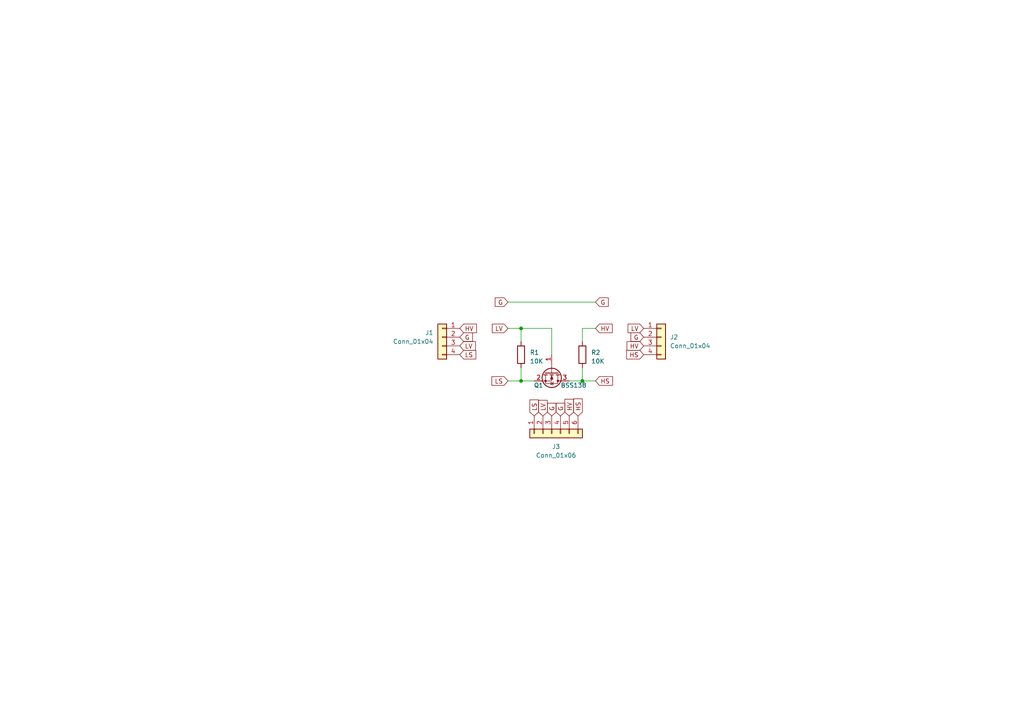
<source format=kicad_sch>
(kicad_sch (version 20230121) (generator eeschema)
  (paper "A4")
  (lib_symbols
    (symbol "Connector_Generic:Conn_01x04" (pin_names (offset 1.016) hide)
      (property "Reference" "J" (at 0 5.08 0))
      (property "Value" "Conn_01x04" (at 0 -7.62 0))
      (symbol "Conn_01x04_1_1"
        (rectangle (start -1.27 -4.953) (end 0 -5.207) (stroke (width 0.1524)))
        (rectangle (start -1.27 -2.413) (end 0 -2.667) (stroke (width 0.1524)))
        (rectangle (start -1.27 0.127) (end 0 -0.127) (stroke (width 0.1524)))
        (rectangle (start -1.27 2.667) (end 0 2.413) (stroke (width 0.1524)))
        (rectangle (start -1.27 3.81) (end 1.27 -6.35) (stroke (width 0.254)) (fill (type background)))
        (pin passive line (at -5.08 2.54 0) (length 3.81) (name "Pin_1") (number "1"))
        (pin passive line (at -5.08 0 0) (length 3.81) (name "Pin_2") (number "2"))
        (pin passive line (at -5.08 -2.54 0) (length 3.81) (name "Pin_3") (number "3"))
        (pin passive line (at -5.08 -5.08 0) (length 3.81) (name "Pin_4") (number "4"))
      )
    )
    (symbol "Connector_Generic:Conn_01x06" (pin_names (offset 1.016) hide)
      (property "Reference" "J" (at 0 7.62 0))
      (property "Value" "Conn_01x06" (at 0 -10.16 0))
      (symbol "Conn_01x06_1_1"
        (rectangle (start -1.27 -7.493) (end 0 -7.747) (stroke (width 0.1524)))
        (rectangle (start -1.27 -4.953) (end 0 -5.207) (stroke (width 0.1524)))
        (rectangle (start -1.27 -2.413) (end 0 -2.667) (stroke (width 0.1524)))
        (rectangle (start -1.27 0.127) (end 0 -0.127) (stroke (width 0.1524)))
        (rectangle (start -1.27 2.667) (end 0 2.413) (stroke (width 0.1524)))
        (rectangle (start -1.27 5.207) (end 0 4.953) (stroke (width 0.1524)))
        (rectangle (start -1.27 6.35) (end 1.27 -8.89) (stroke (width 0.254)) (fill (type background)))
        (pin passive line (at -5.08 5.08 0) (length 3.81) (name "Pin_1") (number "1"))
        (pin passive line (at -5.08 2.54 0) (length 3.81) (name "Pin_2") (number "2"))
        (pin passive line (at -5.08 0 0) (length 3.81) (name "Pin_3") (number "3"))
        (pin passive line (at -5.08 -2.54 0) (length 3.81) (name "Pin_4") (number "4"))
        (pin passive line (at -5.08 -5.08 0) (length 3.81) (name "Pin_5") (number "5"))
        (pin passive line (at -5.08 -7.62 0) (length 3.81) (name "Pin_6") (number "6"))
      )
    )
    (symbol "Device:R" (pin_numbers hide) (pin_names (offset 0))
      (property "Reference" "R" (at 2.032 0 90))
      (property "Value" "R" (at 0 0 90))
      (symbol "R_0_1"
        (rectangle (start -1.016 -2.54) (end 1.016 2.54) (stroke (width 0.254)))
      )
      (symbol "R_1_1"
        (pin passive line (at 0 3.81 270) (length 1.27) (name "~") (number "1"))
        (pin passive line (at 0 -3.81 90) (length 1.27) (name "~") (number "2"))
      )
    )
    (symbol "Transistor_FET:BSS138" (pin_names hide)
      (property "Reference" "Q" (at 5.08 1.905 0))
      (property "Value" "BSS138" (at 5.08 0 0))
      (symbol "BSS138_0_1"
        (polyline (pts (xy 0.254 0) (xy -2.54 0)))
        (polyline (pts (xy 0.254 1.905) (xy 0.254 -1.905)) (stroke (width 0.254)))
        (polyline (pts (xy 0.762 -1.27) (xy 0.762 -2.286)) (stroke (width 0.254)))
        (polyline (pts (xy 0.762 0.508) (xy 0.762 -0.508)) (stroke (width 0.254)))
        (polyline (pts (xy 0.762 2.286) (xy 0.762 1.27)) (stroke (width 0.254)))
        (polyline (pts (xy 2.54 2.54) (xy 2.54 1.778)))
        (polyline (pts (xy 2.54 -2.54) (xy 2.54 0) (xy 0.762 0)))
        (polyline (pts (xy 0.762 -1.778) (xy 3.302 -1.778) (xy 3.302 1.778) (xy 0.762 1.778)))
        (polyline (pts (xy 1.016 0) (xy 2.032 0.381) (xy 2.032 -0.381) (xy 1.016 0)) (fill (type outline)))
        (polyline (pts (xy 2.794 0.508) (xy 2.921 0.381) (xy 3.683 0.381) (xy 3.81 0.254)))
        (polyline (pts (xy 3.302 0.381) (xy 2.921 -0.254) (xy 3.683 -0.254) (xy 3.302 0.381)))
        (circle (center 1.651 0) (radius 2.794) (stroke (width 0.254)))
        (circle (center 2.54 -1.778) (radius 0.254) (fill (type outline)))
        (circle (center 2.54 1.778) (radius 0.254) (fill (type outline)))
      )
      (symbol "BSS138_1_1"
        (pin input line (at -5.08 0 0) (length 2.54) (name "G") (number "1"))
        (pin passive line (at 2.54 -5.08 90) (length 2.54) (name "S") (number "2"))
        (pin passive line (at 2.54 5.08 270) (length 2.54) (name "D") (number "3"))
      )
    )
  )
  (junction (at 168.91 110.49))
  (junction (at 151.13 110.49))
  (junction (at 151.13 95.25))
  (wire (pts (xy 151.13 106.68) (xy 151.13 110.49)))
  (wire (pts (xy 151.13 110.49) (xy 154.94 110.49)))
  (wire (pts (xy 160.02 95.25) (xy 151.13 95.25)))
  (wire (pts (xy 172.72 95.25) (xy 168.91 95.25)))
  (wire (pts (xy 147.32 87.63) (xy 172.72 87.63)))
  (wire (pts (xy 147.32 110.49) (xy 151.13 110.49)))
  (wire (pts (xy 168.91 110.49) (xy 172.72 110.49)))
  (wire (pts (xy 151.13 95.25) (xy 151.13 99.06)))
  (wire (pts (xy 168.91 95.25) (xy 168.91 99.06)))
  (wire (pts (xy 168.91 106.68) (xy 168.91 110.49)))
  (wire (pts (xy 160.02 102.87) (xy 160.02 95.25)))
  (wire (pts (xy 147.32 95.25) (xy 151.13 95.25)))
  (wire (pts (xy 165.1 110.49) (xy 168.91 110.49)))
  (global_label "HV" (shape input) (at 165.1 120.65 90) (property "Intersheetrefs" "${INTERSHEET_REFS}" (effects hide)))
  (global_label "HV" (shape input) (at 186.69 100.33 180) (property "Intersheetrefs" "${INTERSHEET_REFS}" (effects hide)))
  (global_label "G" (shape input) (at 162.56 120.65 90) (property "Intersheetrefs" "${INTERSHEET_REFS}" (effects hide)))
  (global_label "G" (shape input) (at 160.02 120.65 90) (property "Intersheetrefs" "${INTERSHEET_REFS}" (effects hide)))
  (global_label "G" (shape input) (at 186.69 97.79 180) (property "Intersheetrefs" "${INTERSHEET_REFS}" (effects hide)))
  (global_label "LV" (shape input) (at 157.48 120.65 90) (property "Intersheetrefs" "${INTERSHEET_REFS}" (effects hide)))
  (global_label "HS" (shape input) (at 172.72 110.49 0) (property "Intersheetrefs" "${INTERSHEET_REFS}" (effects hide)))
  (global_label "G" (shape input) (at 147.32 87.63 180) (property "Intersheetrefs" "${INTERSHEET_REFS}" (effects hide)))
  (global_label "HV" (shape input) (at 133.35 95.25 0) (property "Intersheetrefs" "${INTERSHEET_REFS}" (effects hide)))
  (global_label "HV" (shape input) (at 172.72 95.25 0) (property "Intersheetrefs" "${INTERSHEET_REFS}" (effects hide)))
  (global_label "HS" (shape input) (at 186.69 102.87 180) (property "Intersheetrefs" "${INTERSHEET_REFS}" (effects hide)))
  (global_label "LS" (shape input) (at 147.32 110.49 180) (property "Intersheetrefs" "${INTERSHEET_REFS}" (effects hide)))
  (global_label "LS" (shape input) (at 154.94 120.65 90) (property "Intersheetrefs" "${INTERSHEET_REFS}" (effects hide)))
  (global_label "LV" (shape input) (at 186.69 95.25 180) (property "Intersheetrefs" "${INTERSHEET_REFS}" (effects hide)))
  (global_label "LS" (shape input) (at 133.35 102.87 0) (property "Intersheetrefs" "${INTERSHEET_REFS}" (effects hide)))
  (global_label "LV" (shape input) (at 147.32 95.25 180) (property "Intersheetrefs" "${INTERSHEET_REFS}" (effects hide)))
  (global_label "G" (shape input) (at 133.35 97.79 0) (property "Intersheetrefs" "${INTERSHEET_REFS}" (effects hide)))
  (global_label "HS" (shape input) (at 167.64 120.65 90) (property "Intersheetrefs" "${INTERSHEET_REFS}" (effects hide)))
  (global_label "G" (shape input) (at 172.72 87.63 0) (property "Intersheetrefs" "${INTERSHEET_REFS}" (effects hide)))
  (global_label "LV" (shape input) (at 133.35 100.33 0) (property "Intersheetrefs" "${INTERSHEET_REFS}" (effects hide)))
  (symbol (lib_id "Device:R") (at 151.13 102.87 0) (unit 1)
    (property "Reference" "R1" (at 153.67 102.235 0) (effects (justify left)))
    (property "Value" "10K" (at 153.67 104.775 0) (effects (justify left)))
    (property "Footprint" "Resistor_SMD:R_0805_2012Metric_Pad1.20x1.40mm_HandSolder" (effects hide))
  )
  (symbol (lib_id "Connector_Generic:Conn_01x04") (at 191.77 97.79 0) (unit 1)
    (property "Reference" "J2" (at 194.31 97.79 0) (effects (justify left)))
    (property "Value" "Conn_01x04" (at 194.31 100.33 0) (effects (justify left)))
    (property "Footprint" "Custom:PinHeader_1x04_P2.54mm_Vertical_no_silk" (effects hide))
  )
  (symbol (lib_id "Connector_Generic:Conn_01x04") (at 128.27 97.79 0) (mirror y) (unit 1)
    (property "Reference" "J1" (at 125.73 96.52 0) (effects (justify left)))
    (property "Value" "Conn_01x04" (at 125.73 99.06 0) (effects (justify left)))
    (property "Footprint" "Custom:PinHeader_1x04_P2.54mm_Vertical_no_silk" (effects hide))
  )
  (symbol (lib_id "Connector_Generic:Conn_01x06") (at 160.02 125.73 90) (mirror x) (unit 1)
    (property "Reference" "J3" (at 161.29 129.54 90))
    (property "Value" "Conn_01x06" (at 161.29 132.08 90))
    (property "Footprint" "Custom:PinHeader_1x06_P2.54mm_Vertical_no_silk" (effects hide))
  )
  (symbol (lib_id "Device:R") (at 168.91 102.87 0) (unit 1)
    (property "Reference" "R2" (at 171.45 102.235 0) (effects (justify left)))
    (property "Value" "10K" (at 171.45 104.775 0) (effects (justify left)))
    (property "Footprint" "Resistor_SMD:R_0805_2012Metric_Pad1.20x1.40mm_HandSolder" (effects hide))
  )
  (symbol (lib_id "Transistor_FET:BSS138") (at 160.02 107.95 270) (unit 1)
    (property "Reference" "Q1" (at 156.21 111.76 90))
    (property "Value" "BSS138" (at 166.37 111.76 90))
    (property "Footprint" "Package_TO_SOT_SMD:SOT-23_Handsoldering" (effects hide))
    (property "Datasheet" "https://www.onsemi.com/pub/Collateral/BSS138-D.PDF" (effects hide))
  )
)
</source>
